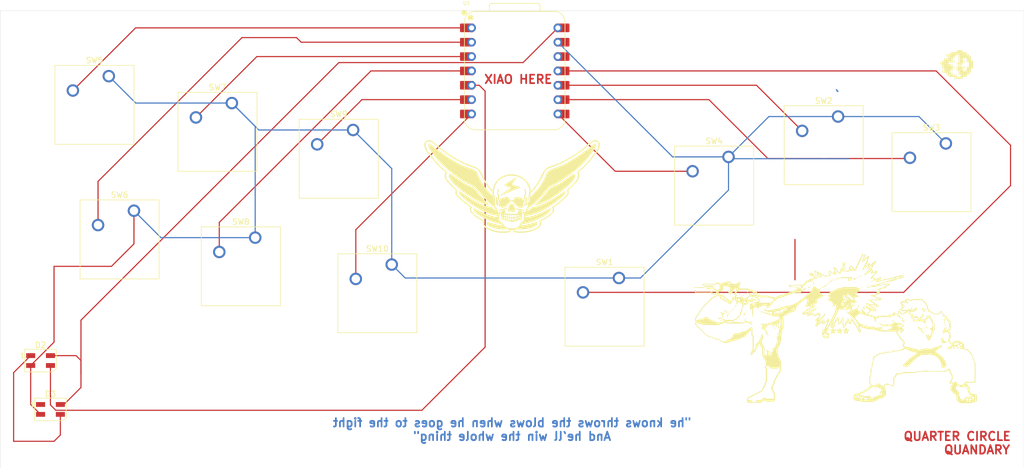
<source format=kicad_pcb>
(kicad_pcb (version 20241229) (generator "pcbnew") (generator_version "9.0")
  (layers (0 "F.Cu" signal) (2 "B.Cu" signal) (13 "F.Paste" user) (15 "B.Paste" user) (5 "F.SilkS" user "F.Silkscreen") (7 "B.SilkS" user "B.Silkscreen") (1 "F.Mask" user) (3 "B.Mask" user) (25 "Edge.Cuts" user))
  (net 0 "")
  (net 1 "Net-(D2-DOUT)")
  (net 2 "+5V")
  (net 3 "GND")
  (net 4 "Net-(D2-DIN)")
  (net 6 "Net-(U1-GPIO3{slash}MOSI)")
  (net 7 "Net-(U1-GPIO4{slash}MISO)")
  (net 8 "Net-(U1-GPIO2{slash}SCK)")
  (net 9 "Net-(U1-GPIO1{slash}RX)")
  (net 10 "Net-(U1-GPIO26{slash}ADC0{slash}A0)")
  (net 11 "Net-(U1-GPIO27{slash}ADC1{slash}A1)")
  (net 13 "Net-(U1-GPIO28{slash}ADC2{slash}A2)")
  (net 14 "Net-(U1-GPIO29{slash}ADC3{slash}A3)")
  (net 15 "Net-(U1-GPIO7{slash}SCL)")
  (net 16 "Net-(U1-GPIO0{slash}TX)")
  (footprint "Button_Switch_Keyboard:SW_Cherry_MX_1.00u_PCB" (layer "F.Cu") (at 35.8775 30.63875)
    (property "Reference" "SW5" (at -2.54 -2.794 0) (layer "F.SilkS"))
    (property "Value" "SW_Push")
    (pad "" np_thru_hole circle (at -7.62 5.08) (size 1.7 1.7) (drill 1.7) (layers "*.Cu" "*.Mask"))
    (pad "" np_thru_hole circle (at -2.54 5.08) (size 4 4) (drill 4) (layers "*.Cu" "*.Mask"))
    (pad "" np_thru_hole circle (at 2.54 5.08) (size 1.7 1.7) (drill 1.7) (layers "*.Cu" "*.Mask"))
    (pad "1" thru_hole circle (at 0 0) (size 2.2 2.2) (drill 1.5) (layers "*.Cu" "*.Mask") (net 3 "GND"))
    (pad "2" thru_hole circle (at -6.35 2.54) (size 2.2 2.2) (drill 1.5) (layers "*.Cu" "*.Mask") (net 10 "Net-(U1-GPIO26{slash}ADC0{slash}A0)"))
  )
  (footprint "Button_Switch_Keyboard:SW_Cherry_MX_1.00u_PCB" (layer "F.Cu") (at 40.3225 54.45125)
    (property "Reference" "SW6" (at -2.54 -2.794 0) (layer "F.SilkS"))
    (property "Value" "SW_Push")
    (pad "" np_thru_hole circle (at -7.62 5.08) (size 1.7 1.7) (drill 1.7) (layers "*.Cu" "*.Mask"))
    (pad "" np_thru_hole circle (at -2.54 5.08) (size 4 4) (drill 4) (layers "*.Cu" "*.Mask"))
    (pad "" np_thru_hole circle (at 2.54 5.08) (size 1.7 1.7) (drill 1.7) (layers "*.Cu" "*.Mask"))
    (pad "1" thru_hole circle (at 0 0) (size 2.2 2.2) (drill 1.5) (layers "*.Cu" "*.Mask") (net 3 "GND"))
    (pad "2" thru_hole circle (at -6.35 2.54) (size 2.2 2.2) (drill 1.5) (layers "*.Cu" "*.Mask") (net 11 "Net-(U1-GPIO27{slash}ADC1{slash}A1)"))
  )
  (footprint "RYU:haduken" (layer "F.Cu") (at 185.7375 28.575)
    (property "Reference" "G***" (hide yes))
    (property "Value" "LOGO" (hide yes))
  )
  (footprint "Button_Switch_Keyboard:SW_Cherry_MX_1.00u_PCB" (layer "F.Cu") (at 183.8325 42.545)
    (property "Reference" "SW3" (at -2.54 -2.794 0) (layer "F.SilkS"))
    (property "Value" "SW_Push")
    (pad "" np_thru_hole circle (at -7.62 5.08) (size 1.7 1.7) (drill 1.7) (layers "*.Cu" "*.Mask"))
    (pad "" np_thru_hole circle (at -2.54 5.08) (size 4 4) (drill 4) (layers "*.Cu" "*.Mask"))
    (pad "" np_thru_hole circle (at 2.54 5.08) (size 1.7 1.7) (drill 1.7) (layers "*.Cu" "*.Mask"))
    (pad "1" thru_hole circle (at 0 0) (size 2.2 2.2) (drill 1.5) (layers "*.Cu" "*.Mask") (net 3 "GND"))
    (pad "2" thru_hole circle (at -6.35 2.54) (size 2.2 2.2) (drill 1.5) (layers "*.Cu" "*.Mask") (net 8 "Net-(U1-GPIO2{slash}SCK)"))
  )
  (footprint "LED_SMD:LED_SK6812MINI_PLCC4_3.5x3.5mm_P1.75mm" (layer "F.Cu") (at 25.5625 89.6125)
    (property "Reference" "D3" (at 0 -2.75 0) (layer "F.SilkS"))
    (property "Value" "SK6812MINI")
    (fp_text user "1" (at -3.2 -0.875 0) (layer "F.SilkS") (effects (font (size 0.8 0.8))))
    (pad "1" smd rect (at -1.75 -0.875) (size 1.6 0.85) (layers "F.Cu" "F.Mask" "F.Paste"))
    (pad "2" smd rect (at -1.75 0.875) (size 1.6 0.85) (layers "F.Cu" "F.Mask" "F.Paste") (net 3 "GND"))
    (pad "3" smd rect (at 1.75 0.875) (size 1.6 0.85) (layers "F.Cu" "F.Mask" "F.Paste") (net 1 "Net-(D2-DOUT)"))
    (pad "4" smd rect (at 1.75 -0.875) (size 1.6 0.85) (layers "F.Cu" "F.Mask" "F.Paste") (net 2 "+5V"))
  )
  (footprint "Button_Switch_Keyboard:SW_Cherry_MX_1.00u_PCB" (layer "F.Cu") (at 164.7825 37.7825)
    (property "Reference" "SW2" (at -2.54 -2.794 0) (layer "F.SilkS"))
    (property "Value" "SW_Push")
    (pad "" np_thru_hole circle (at -7.62 5.08) (size 1.7 1.7) (drill 1.7) (layers "*.Cu" "*.Mask"))
    (pad "" np_thru_hole circle (at -2.54 5.08) (size 4 4) (drill 4) (layers "*.Cu" "*.Mask"))
    (pad "" np_thru_hole circle (at 2.54 5.08) (size 1.7 1.7) (drill 1.7) (layers "*.Cu" "*.Mask"))
    (pad "1" thru_hole circle (at 0 0) (size 2.2 2.2) (drill 1.5) (layers "*.Cu" "*.Mask") (net 3 "GND"))
    (pad "2" thru_hole circle (at -6.35 2.54) (size 2.2 2.2) (drill 1.5) (layers "*.Cu" "*.Mask") (net 7 "Net-(U1-GPIO4{slash}MISO)"))
  )
  (footprint "Button_Switch_Keyboard:SW_Cherry_MX_1.00u_PCB" (layer "F.Cu") (at 79.0575 40.16375)
    (property "Reference" "SW9" (at -2.54 -2.794 0) (layer "F.SilkS"))
    (property "Value" "SW_Push")
    (pad "" np_thru_hole circle (at -7.62 5.08) (size 1.7 1.7) (drill 1.7) (layers "*.Cu" "*.Mask"))
    (pad "" np_thru_hole circle (at -2.54 5.08) (size 4 4) (drill 4) (layers "*.Cu" "*.Mask"))
    (pad "" np_thru_hole circle (at 2.54 5.08) (size 1.7 1.7) (drill 1.7) (layers "*.Cu" "*.Mask"))
    (pad "1" thru_hole circle (at 0 0) (size 2.2 2.2) (drill 1.5) (layers "*.Cu" "*.Mask") (net 3 "GND"))
    (pad "2" thru_hole circle (at -6.35 2.54) (size 2.2 2.2) (drill 1.5) (layers "*.Cu" "*.Mask") (net 15 "Net-(U1-GPIO7{slash}SCL)"))
  )
  (footprint "Button_Switch_Keyboard:SW_Cherry_MX_1.00u_PCB" (layer "F.Cu") (at 85.88375 63.97625)
    (property "Reference" "SW10" (at -2.54 -2.794 0) (layer "F.SilkS"))
    (property "Value" "SW_Push")
    (pad "" np_thru_hole circle (at -7.62 5.08) (size 1.7 1.7) (drill 1.7) (layers "*.Cu" "*.Mask"))
    (pad "" np_thru_hole circle (at -2.54 5.08) (size 4 4) (drill 4) (layers "*.Cu" "*.Mask"))
    (pad "" np_thru_hole circle (at 2.54 5.08) (size 1.7 1.7) (drill 1.7) (layers "*.Cu" "*.Mask"))
    (pad "1" thru_hole circle (at 0 0) (size 2.2 2.2) (drill 1.5) (layers "*.Cu" "*.Mask") (net 3 "GND"))
    (pad "2" thru_hole circle (at -6.35 2.54) (size 2.2 2.2) (drill 1.5) (layers "*.Cu" "*.Mask") (net 16 "Net-(U1-GPIO0{slash}TX)"))
  )
  (footprint "RYU:logo" (layer "F.Cu") (at 107.15625 50.00625)
    (property "Reference" "G***" (hide yes))
    (property "Value" "LOGO" (hide yes))
  )
  (footprint "RYU:37" (layer "F.Cu") (at 164.30625 76.2)
    (property "Reference" "G***" (at 0 0 0) (layer "F.SilkS") (effects (font (size 1.5 1.5) (thickness 0.3))))
    (property "Value" "LOGO" (hide yes))
  )
  (footprint "Button_Switch_Keyboard:SW_Cherry_MX_1.00u_PCB" (layer "F.Cu") (at 145.415 44.92625)
    (property "Reference" "SW4" (at -2.54 -2.794 0) (layer "F.SilkS"))
    (property "Value" "SW_Push")
    (pad "" np_thru_hole circle (at -7.62 5.08) (size 1.7 1.7) (drill 1.7) (layers "*.Cu" "*.Mask"))
    (pad "" np_thru_hole circle (at -2.54 5.08) (size 4 4) (drill 4) (layers "*.Cu" "*.Mask"))
    (pad "" np_thru_hole circle (at 2.54 5.08) (size 1.7 1.7) (drill 1.7) (layers "*.Cu" "*.Mask"))
    (pad "1" thru_hole circle (at 0 0) (size 2.2 2.2) (drill 1.5) (layers "*.Cu" "*.Mask") (net 3 "GND"))
    (pad "2" thru_hole circle (at -6.35 2.54) (size 2.2 2.2) (drill 1.5) (layers "*.Cu" "*.Mask") (net 9 "Net-(U1-GPIO1{slash}RX)"))
  )
  (footprint "Button_Switch_Keyboard:SW_Cherry_MX_1.00u_PCB" (layer "F.Cu") (at 61.75375 59.21375)
    (property "Reference" "SW8" (at -2.54 -2.794 0) (layer "F.SilkS"))
    (property "Value" "SW_Push")
    (pad "" np_thru_hole circle (at -7.62 5.08) (size 1.7 1.7) (drill 1.7) (layers "*.Cu" "*.Mask"))
    (pad "" np_thru_hole circle (at -2.54 5.08) (size 4 4) (drill 4) (layers "*.Cu" "*.Mask"))
    (pad "" np_thru_hole circle (at 2.54 5.08) (size 1.7 1.7) (drill 1.7) (layers "*.Cu" "*.Mask"))
    (pad "1" thru_hole circle (at 0 0) (size 2.2 2.2) (drill 1.5) (layers "*.Cu" "*.Mask") (net 3 "GND"))
    (pad "2" thru_hole circle (at -6.35 2.54) (size 2.2 2.2) (drill 1.5) (layers "*.Cu" "*.Mask") (net 14 "Net-(U1-GPIO29{slash}ADC3{slash}A3)"))
  )
  (footprint "LED_SMD:LED_SK6812MINI_PLCC4_3.5x3.5mm_P1.75mm" (layer "F.Cu") (at 23.8125 80.9625)
    (property "Reference" "D2" (at 0 -2.75 0) (layer "F.SilkS"))
    (property "Value" "SK6812MINI")
    (fp_text user "1" (at -3.2 -0.875 0) (layer "F.SilkS") (effects (font (size 0.8 0.8))))
    (pad "1" smd rect (at -1.75 -0.875) (size 1.6 0.85) (layers "F.Cu" "F.Mask" "F.Paste") (net 1 "Net-(D2-DOUT)"))
    (pad "2" smd rect (at -1.75 0.875) (size 1.6 0.85) (layers "F.Cu" "F.Mask" "F.Paste") (net 3 "GND"))
    (pad "3" smd rect (at 1.75 0.875) (size 1.6 0.85) (layers "F.Cu" "F.Mask" "F.Paste") (net 4 "Net-(D2-DIN)"))
    (pad "4" smd rect (at 1.75 -0.875) (size 1.6 0.85) (layers "F.Cu" "F.Mask" "F.Paste") (net 2 "+5V"))
  )
  (footprint "Button_Switch_Keyboard:SW_Cherry_MX_1.00u_PCB" (layer "F.Cu") (at 57.62625 35.40125)
    (property "Reference" "SW7" (at -2.54 -2.794 0) (layer "F.SilkS"))
    (property "Value" "SW_Push")
    (pad "" np_thru_hole circle (at -7.62 5.08) (size 1.7 1.7) (drill 1.7) (layers "*.Cu" "*.Mask"))
    (pad "" np_thru_hole circle (at -2.54 5.08) (size 4 4) (drill 4) (layers "*.Cu" "*.Mask"))
    (pad "" np_thru_hole circle (at 2.54 5.08) (size 1.7 1.7) (drill 1.7) (layers "*.Cu" "*.Mask"))
    (pad "1" thru_hole circle (at 0 0) (size 2.2 2.2) (drill 1.5) (layers "*.Cu" "*.Mask") (net 3 "GND"))
    (pad "2" thru_hole circle (at -6.35 2.54) (size 2.2 2.2) (drill 1.5) (layers "*.Cu" "*.Mask") (net 13 "Net-(U1-GPIO28{slash}ADC2{slash}A2)"))
  )
  (footprint "OPL:XIAO-RP2040-DIP" (layer "F.Cu") (at 107.626502 29.713249)
    (property "Reference" "U1" (at -8.5 -12 0) (layer "F.SilkS") (effects (font (size 0.635 0.635) (thickness 0.1016))))
    (property "Value" "XIAO-RP2040-DIP")
    (pad "1" smd roundrect (at -8.455 -7.62 180) (size 2.432 1.524) (layers "F.Cu" "F.Mask") (roundrect_rratio 0.1) (net 10 "Net-(U1-GPIO26{slash}ADC0{slash}A0)"))
    (pad "1" thru_hole circle (at -7.62 -7.62 180) (size 1.524 1.524) (drill 0.889) (layers "*.Cu" "*.Mask") (net 10 "Net-(U1-GPIO26{slash}ADC0{slash}A0)"))
    (pad "2" smd roundrect (at -8.455 -5.08 180) (size 2.432 1.524) (layers "F.Cu" "F.Mask") (roundrect_rratio 0.1) (net 11 "Net-(U1-GPIO27{slash}ADC1{slash}A1)"))
    (pad "2" thru_hole circle (at -7.62 -5.08 180) (size 1.524 1.524) (drill 0.889) (layers "*.Cu" "*.Mask") (net 11 "Net-(U1-GPIO27{slash}ADC1{slash}A1)"))
    (pad "3" smd roundrect (at -8.455 -2.54 180) (size 2.432 1.524) (layers "F.Cu" "F.Mask") (roundrect_rratio 0.1) (net 13 "Net-(U1-GPIO28{slash}ADC2{slash}A2)"))
    (pad "3" thru_hole circle (at -7.62 -2.54 180) (size 1.524 1.524) (drill 0.889) (layers "*.Cu" "*.Mask") (net 13 "Net-(U1-GPIO28{slash}ADC2{slash}A2)"))
    (pad "4" smd roundrect (at -8.455 0 180) (size 2.432 1.524) (layers "F.Cu" "F.Mask") (roundrect_rratio 0.1) (net 14 "Net-(U1-GPIO29{slash}ADC3{slash}A3)"))
    (pad "4" thru_hole circle (at -7.62 0 180) (size 1.524 1.524) (drill 0.889) (layers "*.Cu" "*.Mask") (net 14 "Net-(U1-GPIO29{slash}ADC3{slash}A3)"))
    (pad "5" smd roundrect (at -8.455 2.54 180) (size 2.432 1.524) (layers "F.Cu" "F.Mask") (roundrect_rratio 0.1) (net 4 "Net-(D2-DIN)"))
    (pad "5" thru_hole circle (at -7.62 2.54 180) (size 1.524 1.524) (drill 0.889) (layers "*.Cu" "*.Mask") (net 4 "Net-(D2-DIN)"))
    (pad "6" smd roundrect (at -8.455 5.08 180) (size 2.432 1.524) (layers "F.Cu" "F.Mask") (roundrect_rratio 0.1) (net 15 "Net-(U1-GPIO7{slash}SCL)"))
    (pad "6" thru_hole circle (at -7.62 5.08 180) (size 1.524 1.524) (drill 0.889) (layers "*.Cu" "*.Mask") (net 15 "Net-(U1-GPIO7{slash}SCL)"))
    (pad "7" smd roundrect (at -8.455 7.62 180) (size 2.432 1.524) (layers "F.Cu" "F.Mask") (roundrect_rratio 0.1) (net 16 "Net-(U1-GPIO0{slash}TX)"))
    (pad "7" thru_hole circle (at -7.62 7.62 180) (size 1.524 1.524) (drill 0.889) (layers "*.Cu" "*.Mask") (net 16 "Net-(U1-GPIO0{slash}TX)"))
    (pad "8" thru_hole circle (at 7.62 7.62) (size 1.524 1.524) (drill 0.889) (layers "*.Cu" "*.Mask") (net 9 "Net-(U1-GPIO1{slash}RX)"))
    (pad "8" smd roundrect (at 8.455 7.62) (size 2.432 1.524) (layers "F.Cu" "F.Mask") (roundrect_rratio 0.1) (net 9 "Net-(U1-GPIO1{slash}RX)"))
    (pad "9" thru_hole circle (at 7.62 5.08) (size 1.524 1.524) (drill 0.889) (layers "*.Cu" "*.Mask") (net 8 "Net-(U1-GPIO2{slash}SCK)"))
    (pad "9" smd roundrect (at 8.455 5.08) (size 2.432 1.524) (layers "F.Cu" "F.Mask") (roundrect_rratio 0.1) (net 8 "Net-(U1-GPIO2{slash}SCK)"))
    (pad "10" thru_hole circle (at 7.62 2.54) (size 1.524 1.524) (drill 0.889) (layers "*.Cu" "*.Mask") (net 7 "Net-(U1-GPIO4{slash}MISO)"))
    (pad "10" smd roundrect (at 8.455 2.54) (size 2.432 1.524) (layers "F.Cu" "F.Mask") (roundrect_rratio 0.1) (net 7 "Net-(U1-GPIO4{slash}MISO)"))
    (pad "11" thru_hole circle (at 7.62 0) (size 1.524 1.524) (drill 0.889) (layers "*.Cu" "*.Mask") (net 6 "Net-(U1-GPIO3{slash}MOSI)"))
    (pad "11" smd roundrect (at 8.455 0) (size 2.432 1.524) (layers "F.Cu" "F.Mask") (roundrect_rratio 0.1) (net 6 "Net-(U1-GPIO3{slash}MOSI)"))
    (pad "12" thru_hole circle (at 7.62 -2.54) (size 1.524 1.524) (drill 0.889) (layers "*.Cu" "*.Mask"))
    (pad "12" smd roundrect (at 8.455 -2.54) (size 2.432 1.524) (layers "F.Cu" "F.Mask") (roundrect_rratio 0.1))
    (pad "13" thru_hole circle (at 7.62 -5.08) (size 1.524 1.524) (drill 0.889) (layers "*.Cu" "*.Mask") (net 3 "GND"))
    (pad "13" smd roundrect (at 8.455 -5.08) (size 2.432 1.524) (layers "F.Cu" "F.Mask") (roundrect_rratio 0.1) (net 3 "GND"))
    (pad "14" thru_hole circle (at 7.62 -7.62) (size 1.524 1.524) (drill 0.889) (layers "*.Cu" "*.Mask") (net 2 "+5V"))
    (pad "14" smd roundrect (at 8.455 -7.62) (size 2.432 1.524) (layers "F.Cu" "F.Mask") (roundrect_rratio 0.1) (net 2 "+5V"))
  )
  (footprint "Button_Switch_Keyboard:SW_Cherry_MX_1.00u_PCB" (layer "F.Cu") (at 126.0475 66.3575)
    (property "Reference" "SW1" (at -2.54 -2.794 0) (layer "F.SilkS"))
    (property "Value" "SW_Push")
    (pad "" np_thru_hole circle (at -7.62 5.08) (size 1.7 1.7) (drill 1.7) (layers "*.Cu" "*.Mask"))
    (pad "" np_thru_hole circle (at -2.54 5.08) (size 4 4) (drill 4) (layers "*.Cu" "*.Mask"))
    (pad "" np_thru_hole circle (at 2.54 5.08) (size 1.7 1.7) (drill 1.7) (layers "*.Cu" "*.Mask"))
    (pad "1" thru_hole circle (at 0 0) (size 2.2 2.2) (drill 1.5) (layers "*.Cu" "*.Mask") (net 3 "GND"))
    (pad "2" thru_hole circle (at -6.35 2.54) (size 2.2 2.2) (drill 1.5) (layers "*.Cu" "*.Mask") (net 6 "Net-(U1-GPIO3{slash}MOSI)"))
  )
  (gr_rect (start 16.66875 19.05) (end 197.64375 100.0125) (stroke (width 0.05)) (fill no) (layer "Edge.Cuts"))
  (gr_text "XIAO HERE" (at 102.089634 32.077885 0) (layer "F.Cu") (effects (font (size 1.5 1.5) (thickness 0.3) (bold yes)) (justify left bottom)))
  (gr_text "QUARTER CIRCLE" (at 176.2125 95.25 0) (layer "F.Cu") (effects (font (size 1.5 1.5) (thickness 0.3) (bold yes)) (justify left bottom)))
  (gr_text "QUANDARY" (at 183.35625 97.63125 0) (layer "F.Cu") (effects (font (size 1.5 1.5) (thickness 0.3) (bold yes)) (justify left bottom)))
  (gr_text "{dblquote}he knows throws the blows when he goes to the fight\nAnd he'll win the whole thing{dblquote}" (at 107.15625 95.25 0) (layer "B.Cu") (effects (font (size 1.5 1.5) (thickness 0.3) (bold yes)) (justify bottom mirror)))
  (segment (start 157.1625 66.675) (end 157.1625 59.53125) (width 0.2) (layer "F.Cu") (net 0))
  (segment (start 27.3125 90.4875) (end 27.3125 94.13125) (width 0.2) (layer "F.Cu") (net 1))
  (segment (start 19.05 83.1) (end 22.0625 80.0875) (width 0.2) (layer "F.Cu") (net 1))
  (segment (start 26.19375 95.25) (end 19.05 95.25) (width 0.2) (layer "F.Cu") (net 1))
  (segment (start 19.05 95.25) (end 19.05 83.1) (width 0.2) (layer "F.Cu") (net 1))
  (segment (start 27.3125 94.13125) (end 26.19375 95.25) (width 0.2) (layer "F.Cu") (net 1))
  (segment (start 25.5625 80.0875) (end 30.08125 80.0875) (width 0.2) (layer "F.Cu") (net 2))
  (segment (start 27.94375 88.7375) (end 27.3125 88.7375) (width 0.2) (layer "F.Cu") (net 2))
  (segment (start 109.103502 28.236249) (end 115.246502 22.093249) (width 0.2) (layer "F.Cu") (net 2))
  (segment (start 30.95625 85.725) (end 27.94375 88.7375) (width 0.2) (layer "F.Cu") (net 2))
  (segment (start 30.95625 73.81875) (end 76.538751 28.236249) (width 0.2) (layer "F.Cu") (net 2))
  (segment (start 30.08125 80.0875) (end 30.95625 80.9625) (width 0.2) (layer "F.Cu") (net 2))
  (segment (start 30.95625 83.34375) (end 30.95625 85.725) (width 0.2) (layer "F.Cu") (net 2))
  (segment (start 30.95625 80.9625) (end 30.95625 83.34375) (width 0.2) (layer "F.Cu") (net 2))
  (segment (start 30.95625 83.34375) (end 30.95625 73.81875) (width 0.2) (layer "F.Cu") (net 2))
  (segment (start 76.538751 28.236249) (end 109.103502 28.236249) (width 0.2) (layer "F.Cu") (net 2))
  (segment (start 40.3225 60.316066) (end 40.3225 54.45125) (width 0.2) (layer "F.Cu") (net 3))
  (segment (start 23.8125 90.4875) (end 22.0625 88.7375) (width 0.2) (layer "F.Cu") (net 3))
  (segment (start 26.19375 64.29375) (end 36.344816 64.29375) (width 0.2) (layer "F.Cu") (net 3))
  (segment (start 22.0625 81.8375) (end 26.19375 77.70625) (width 0.2) (layer "F.Cu") (net 3))
  (segment (start 22.0625 88.7375) (end 22.0625 81.8375) (width 0.2) (layer "F.Cu") (net 3))
  (segment (start 36.344816 64.29375) (end 40.3225 60.316066) (width 0.2) (layer "F.Cu") (net 3))
  (segment (start 26.19375 77.70625) (end 26.19375 64.29375) (width 0.2) (layer "F.Cu") (net 3))
  (segment (start 61.75375 39.52875) (end 61.75375 59.21375) (width 0.2) (layer "B.Cu") (net 3))
  (segment (start 145.415 44.92625) (end 135.539503 44.92625) (width 0.2) (layer "B.Cu") (net 3))
  (segment (start 145.415 44.92625) (end 152.55875 37.7825) (width 0.2) (layer "B.Cu") (net 3))
  (segment (start 79.0575 40.16375) (end 62.38875 40.16375) (width 0.2) (layer "B.Cu") (net 3))
  (segment (start 61.75375 59.21375) (end 45.085 59.21375) (width 0.2) (layer "B.Cu") (net 3))
  (segment (start 135.539503 44.92625) (end 115.246502 24.633249) (width 0.2) (layer "B.Cu") (net 3))
  (segment (start 85.88375 46.99) (end 79.0575 40.16375) (width 0.2) (layer "B.Cu") (net 3))
  (segment (start 164.62375 33.3375) (end 164.7825 33.3375) (width 0.2) (layer "B.Cu") (net 3))
  (segment (start 57.62625 35.40125) (end 61.75375 39.52875) (width 0.2) (layer "B.Cu") (net 3))
  (segment (start 145.7325 45.24375) (end 166.6875 45.24375) (width 0.2) (layer "B.Cu") (net 3))
  (segment (start 45.085 59.21375) (end 40.3225 54.45125) (width 0.2) (layer "B.Cu") (net 3))
  (segment (start 57.62625 35.40125) (end 40.64 35.40125) (width 0.2) (layer "B.Cu") (net 3))
  (segment (start 40.64 35.40125) (end 35.8775 30.63875) (width 0.2) (layer "B.Cu") (net 3))
  (segment (start 164.62375 33.17875) (end 164.62375 33.3375) (width 0.2) (layer "B.Cu") (net 3))
  (segment (start 126.0475 66.3575) (end 88.265 66.3575) (width 0.2) (layer "B.Cu") (net 3))
  (segment (start 145.415 50.791066) (end 145.415 44.92625) (width 0.2) (layer "B.Cu") (net 3))
  (segment (start 179.07 37.7825) (end 183.8325 42.545) (width 0.2) (layer "B.Cu") (net 3))
  (segment (start 62.38875 40.16375) (end 57.62625 35.40125) (width 0.2) (layer "B.Cu") (net 3))
  (segment (start 164.465 33.02) (end 164.62375 33.17875) (width 0.2) (layer "B.Cu") (net 3))
  (segment (start 152.55875 37.7825) (end 164.7825 37.7825) (width 0.2) (layer "B.Cu") (net 3))
  (segment (start 88.265 66.3575) (end 85.88375 63.97625) (width 0.2) (layer "B.Cu") (net 3))
  (segment (start 126.0475 66.3575) (end 129.848566 66.3575) (width 0.2) (layer "B.Cu") (net 3))
  (segment (start 145.415 44.92625) (end 145.7325 45.24375) (width 0.2) (layer "B.Cu") (net 3))
  (segment (start 164.7825 37.7825) (end 179.07 37.7825) (width 0.2) (layer "B.Cu") (net 3))
  (segment (start 85.88375 63.97625) (end 85.88375 46.99) (width 0.2) (layer "B.Cu") (net 3))
  (segment (start 129.848566 66.3575) (end 145.415 50.791066) (width 0.2) (layer "B.Cu") (net 3))
  (segment (start 102.39375 33.295937) (end 102.39375 78.58125) (width 0.2) (layer "F.Cu") (net 4))
  (segment (start 25.5625 88.8145) (end 25.5625 81.8375) (width 0.2) (layer "F.Cu") (net 4))
  (segment (start 91.2135 89.7615) (end 26.5095 89.7615) (width 0.2) (layer "F.Cu") (net 4))
  (segment (start 100.006502 32.253249) (end 101.351062 32.253249) (width 0.2) (layer "F.Cu") (net 4))
  (segment (start 101.351062 32.253249) (end 102.39375 33.295937) (width 0.2) (layer "F.Cu") (net 4))
  (segment (start 26.5095 89.7615) (end 25.5625 88.8145) (width 0.2) (layer "F.Cu") (net 4))
  (segment (start 102.39375 78.58125) (end 91.2135 89.7615) (width 0.2) (layer "F.Cu") (net 4))
  (segment (start 119.6975 68.8975) (end 176.37125 68.8975) (width 0.2) (layer "F.Cu") (net 6))
  (segment (start 176.37125 68.8975) (end 195.2625 50.00625) (width 0.2) (layer "F.Cu") (net 6))
  (segment (start 182.113249 29.713249) (end 115.246502 29.713249) (width 0.2) (layer "F.Cu") (net 6))
  (segment (start 195.2625 42.8625) (end 182.113249 29.713249) (width 0.2) (layer "F.Cu") (net 6))
  (segment (start 195.2625 50.00625) (end 195.2625 42.8625) (width 0.2) (layer "F.Cu") (net 6))
  (segment (start 158.4325 40.3225) (end 150.363249 32.253249) (width 0.2) (layer "F.Cu") (net 7))
  (segment (start 150.363249 32.253249) (end 116.081502 32.253249) (width 0.2) (layer "F.Cu") (net 7))
  (segment (start 141.949499 34.793249) (end 115.246502 34.793249) (width 0.2) (layer "F.Cu") (net 8))
  (segment (start 152.36975 45.2135) (end 141.949499 34.793249) (width 0.2) (layer "F.Cu") (net 8))
  (segment (start 177.354 45.2135) (end 152.36975 45.2135) (width 0.2) (layer "F.Cu") (net 8))
  (segment (start 177.4825 45.085) (end 177.354 45.2135) (width 0.2) (layer "F.Cu") (net 8))
  (segment (start 125.379503 47.46625) (end 115.246502 37.333249) (width 0.2) (layer "F.Cu") (net 9))
  (segment (start 139.065 47.46625) (end 125.379503 47.46625) (width 0.2) (layer "F.Cu") (net 9))
  (segment (start 40.613001 22.093249) (end 100.006502 22.093249) (width 0.2) (layer "F.Cu") (net 10))
  (segment (start 29.5275 33.17875) (end 40.613001 22.093249) (width 0.2) (layer "F.Cu") (net 10))
  (segment (start 59.421878 23.8125) (end 69.05625 23.8125) (width 0.2) (layer "F.Cu") (net 11))
  (segment (start 33.9725 56.99125) (end 33.9725 49.261878) (width 0.2) (layer "F.Cu") (net 11))
  (segment (start 69.876999 24.633249) (end 100.006502 24.633249) (width 0.2) (layer "F.Cu") (net 11))
  (segment (start 33.9725 49.261878) (end 59.421878 23.8125) (width 0.2) (layer "F.Cu") (net 11))
  (segment (start 69.05625 23.8125) (end 69.876999 24.633249) (width 0.2) (layer "F.Cu") (net 11))
  (segment (start 51.27625 37.94125) (end 62.044251 27.173249) (width 0.2) (layer "F.Cu") (net 13))
  (segment (start 62.044251 27.173249) (end 100.006502 27.173249) (width 0.2) (layer "F.Cu") (net 13))
  (segment (start 82.205501 29.713249) (end 100.006502 29.713249) (width 0.2) (layer "F.Cu") (net 14))
  (segment (start 55.40375 61.75375) (end 55.40375 56.515) (width 0.2) (layer "F.Cu") (net 14))
  (segment (start 55.40375 56.515) (end 82.205501 29.713249) (width 0.2) (layer "F.Cu") (net 14))
  (segment (start 72.7075 42.70375) (end 80.618001 34.793249) (width 0.2) (layer "F.Cu") (net 15))
  (segment (start 80.618001 34.793249) (end 100.006502 34.793249) (width 0.2) (layer "F.Cu") (net 15))
  (segment (start 79.53375 66.51625) (end 79.53375 57.806001) (width 0.2) (layer "F.Cu") (net 16))
  (segment (start 79.53375 57.806001) (end 100.006502 37.333249) (width 0.2) (layer "F.Cu") (net 16))
)
</source>
